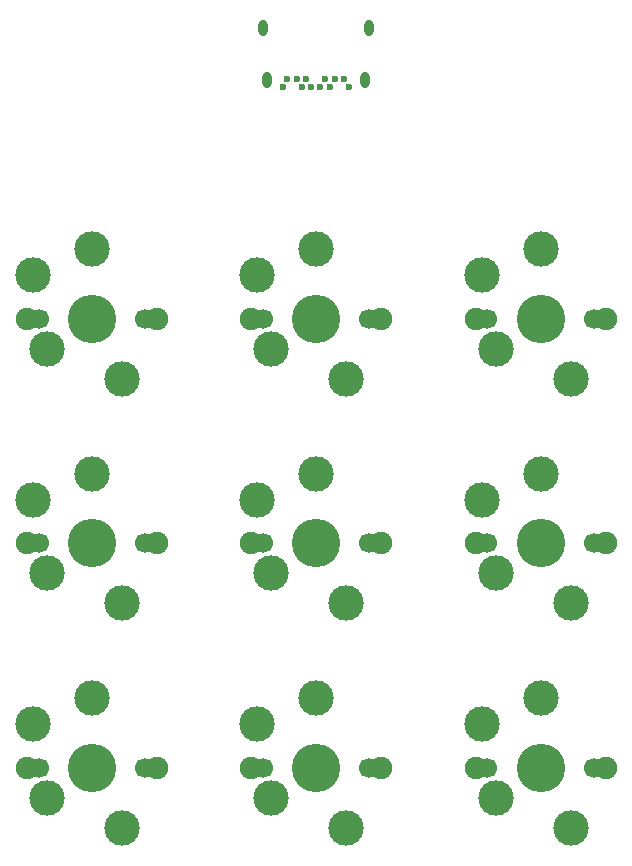
<source format=gbs>
%TF.GenerationSoftware,KiCad,Pcbnew,8.0.8*%
%TF.CreationDate,2025-02-11T21:46:50+01:00*%
%TF.ProjectId,macro33,6d616372-6f33-4332-9e6b-696361645f70,1*%
%TF.SameCoordinates,Original*%
%TF.FileFunction,Soldermask,Bot*%
%TF.FilePolarity,Negative*%
%FSLAX46Y46*%
G04 Gerber Fmt 4.6, Leading zero omitted, Abs format (unit mm)*
G04 Created by KiCad (PCBNEW 8.0.8) date 2025-02-11 21:46:50*
%MOMM*%
%LPD*%
G01*
G04 APERTURE LIST*
%ADD10O,0.800000X1.400000*%
%ADD11C,0.600000*%
%ADD12C,1.900000*%
%ADD13C,1.700000*%
%ADD14C,3.000000*%
%ADD15C,4.100000*%
G04 APERTURE END LIST*
D10*
%TO.C,USBC1*%
X77630000Y-65640000D03*
X85890000Y-65640000D03*
X86250000Y-61250000D03*
X77270000Y-61250000D03*
D11*
X78960000Y-66240000D03*
X79360000Y-65540000D03*
X80160000Y-65540000D03*
X80560000Y-66240000D03*
X80960000Y-65540000D03*
X81360000Y-66240000D03*
X82160000Y-66240000D03*
X82560000Y-65540000D03*
X82960000Y-66240000D03*
X83360000Y-65540000D03*
X84160000Y-65540000D03*
X84560000Y-66240000D03*
%TD*%
D12*
%TO.C,SW8*%
X76300000Y-123850000D03*
D13*
X76720000Y-123850000D03*
D14*
X76800000Y-120150000D03*
D13*
X77300000Y-123850000D03*
D14*
X77990000Y-126390000D03*
X81800000Y-117950000D03*
D15*
X81800000Y-123850000D03*
D14*
X84340000Y-128930000D03*
D13*
X86300000Y-123850000D03*
X86880000Y-123850000D03*
D12*
X87300000Y-123850000D03*
%TD*%
%TO.C,SW1*%
X57300000Y-85850000D03*
D13*
X57720000Y-85850000D03*
D14*
X57800000Y-82150000D03*
D13*
X58300000Y-85850000D03*
D14*
X58990000Y-88390000D03*
X62800000Y-79950000D03*
D15*
X62800000Y-85850000D03*
D14*
X65340000Y-90930000D03*
D13*
X67300000Y-85850000D03*
X67880000Y-85850000D03*
D12*
X68300000Y-85850000D03*
%TD*%
%TO.C,SW4*%
X57300000Y-104850000D03*
D13*
X57720000Y-104850000D03*
D14*
X57800000Y-101150000D03*
D13*
X58300000Y-104850000D03*
D14*
X58990000Y-107390000D03*
X62800000Y-98950000D03*
D15*
X62800000Y-104850000D03*
D14*
X65340000Y-109930000D03*
D13*
X67300000Y-104850000D03*
X67880000Y-104850000D03*
D12*
X68300000Y-104850000D03*
%TD*%
%TO.C,SW3*%
X95300000Y-85850000D03*
D13*
X95720000Y-85850000D03*
D14*
X95800000Y-82150000D03*
D13*
X96300000Y-85850000D03*
D14*
X96990000Y-88390000D03*
X100800000Y-79950000D03*
D15*
X100800000Y-85850000D03*
D14*
X103340000Y-90930000D03*
D13*
X105300000Y-85850000D03*
X105880000Y-85850000D03*
D12*
X106300000Y-85850000D03*
%TD*%
%TO.C,SW7*%
X57300000Y-123850000D03*
D13*
X57720000Y-123850000D03*
D14*
X57800000Y-120150000D03*
D13*
X58300000Y-123850000D03*
D14*
X58990000Y-126390000D03*
X62800000Y-117950000D03*
D15*
X62800000Y-123850000D03*
D14*
X65340000Y-128930000D03*
D13*
X67300000Y-123850000D03*
X67880000Y-123850000D03*
D12*
X68300000Y-123850000D03*
%TD*%
%TO.C,SW5*%
X76300000Y-104850000D03*
D13*
X76720000Y-104850000D03*
D14*
X76800000Y-101150000D03*
D13*
X77300000Y-104850000D03*
D14*
X77990000Y-107390000D03*
X81800000Y-98950000D03*
D15*
X81800000Y-104850000D03*
D14*
X84340000Y-109930000D03*
D13*
X86300000Y-104850000D03*
X86880000Y-104850000D03*
D12*
X87300000Y-104850000D03*
%TD*%
%TO.C,SW2*%
X76300000Y-85850000D03*
D13*
X76720000Y-85850000D03*
D14*
X76800000Y-82150000D03*
D13*
X77300000Y-85850000D03*
D14*
X77990000Y-88390000D03*
X81800000Y-79950000D03*
D15*
X81800000Y-85850000D03*
D14*
X84340000Y-90930000D03*
D13*
X86300000Y-85850000D03*
X86880000Y-85850000D03*
D12*
X87300000Y-85850000D03*
%TD*%
%TO.C,SW6*%
X95300000Y-104850000D03*
D13*
X95720000Y-104850000D03*
D14*
X95800000Y-101150000D03*
D13*
X96300000Y-104850000D03*
D14*
X96990000Y-107390000D03*
X100800000Y-98950000D03*
D15*
X100800000Y-104850000D03*
D14*
X103340000Y-109930000D03*
D13*
X105300000Y-104850000D03*
X105880000Y-104850000D03*
D12*
X106300000Y-104850000D03*
%TD*%
%TO.C,SW9*%
X95300000Y-123850000D03*
D13*
X95720000Y-123850000D03*
D14*
X95800000Y-120150000D03*
D13*
X96300000Y-123850000D03*
D14*
X96990000Y-126390000D03*
X100800000Y-117950000D03*
D15*
X100800000Y-123850000D03*
D14*
X103340000Y-128930000D03*
D13*
X105300000Y-123850000D03*
X105880000Y-123850000D03*
D12*
X106300000Y-123850000D03*
%TD*%
M02*

</source>
